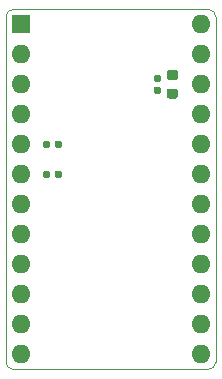
<source format=gbr>
%TF.GenerationSoftware,KiCad,Pcbnew,5.1.6+dfsg1-1~bpo10+1*%
%TF.CreationDate,2020-07-11T10:35:13+00:00*%
%TF.ProjectId,ProMicro_TEST,50726f4d-6963-4726-9f5f-544553542e6b,v1.0*%
%TF.SameCoordinates,Original*%
%TF.FileFunction,Soldermask,Top*%
%TF.FilePolarity,Negative*%
%FSLAX45Y45*%
G04 Gerber Fmt 4.5, Leading zero omitted, Abs format (unit mm)*
G04 Created by KiCad (PCBNEW 5.1.6+dfsg1-1~bpo10+1) date 2020-07-11 10:35:13*
%MOMM*%
%LPD*%
G01*
G04 APERTURE LIST*
%TA.AperFunction,Profile*%
%ADD10C,0.100000*%
%TD*%
%ADD11O,1.600000X1.600000*%
%ADD12R,1.600000X1.600000*%
G04 APERTURE END LIST*
D10*
X127000Y2857500D02*
X127000Y-63500D01*
X-1651000Y-63500D02*
X-1651000Y2857500D01*
X-1587500Y-127000D02*
G75*
G02*
X-1651000Y-63500I0J63500D01*
G01*
X127000Y-63500D02*
G75*
G02*
X63500Y-127000I-63500J0D01*
G01*
X63500Y2921000D02*
G75*
G02*
X127000Y2857500I0J-63500D01*
G01*
X-1651000Y2857500D02*
G75*
G02*
X-1587500Y2921000I63500J0D01*
G01*
X63500Y-127000D02*
X-1587500Y-127000D01*
X-1587500Y2921000D02*
X63500Y2921000D01*
G36*
G01*
X-1238300Y1760750D02*
X-1238300Y1795250D01*
G75*
G02*
X-1223550Y1810000I14750J0D01*
G01*
X-1194050Y1810000D01*
G75*
G02*
X-1179300Y1795250I0J-14750D01*
G01*
X-1179300Y1760750D01*
G75*
G02*
X-1194050Y1746000I-14750J0D01*
G01*
X-1223550Y1746000D01*
G75*
G02*
X-1238300Y1760750I0J14750D01*
G01*
G37*
G36*
G01*
X-1335300Y1760750D02*
X-1335300Y1795250D01*
G75*
G02*
X-1320550Y1810000I14750J0D01*
G01*
X-1291050Y1810000D01*
G75*
G02*
X-1276300Y1795250I0J-14750D01*
G01*
X-1276300Y1760750D01*
G75*
G02*
X-1291050Y1746000I-14750J0D01*
G01*
X-1320550Y1746000D01*
G75*
G02*
X-1335300Y1760750I0J14750D01*
G01*
G37*
G36*
G01*
X-1238300Y1506750D02*
X-1238300Y1541250D01*
G75*
G02*
X-1223550Y1556000I14750J0D01*
G01*
X-1194050Y1556000D01*
G75*
G02*
X-1179300Y1541250I0J-14750D01*
G01*
X-1179300Y1506750D01*
G75*
G02*
X-1194050Y1492000I-14750J0D01*
G01*
X-1223550Y1492000D01*
G75*
G02*
X-1238300Y1506750I0J14750D01*
G01*
G37*
G36*
G01*
X-1335300Y1506750D02*
X-1335300Y1541250D01*
G75*
G02*
X-1320550Y1556000I14750J0D01*
G01*
X-1291050Y1556000D01*
G75*
G02*
X-1276300Y1541250I0J-14750D01*
G01*
X-1276300Y1506750D01*
G75*
G02*
X-1291050Y1492000I-14750J0D01*
G01*
X-1320550Y1492000D01*
G75*
G02*
X-1335300Y1506750I0J14750D01*
G01*
G37*
G36*
G01*
X-215675Y2321000D02*
X-266925Y2321000D01*
G75*
G02*
X-288800Y2342875I0J21875D01*
G01*
X-288800Y2386625D01*
G75*
G02*
X-266925Y2408500I21875J0D01*
G01*
X-215675Y2408500D01*
G75*
G02*
X-193800Y2386625I0J-21875D01*
G01*
X-193800Y2342875D01*
G75*
G02*
X-215675Y2321000I-21875J0D01*
G01*
G37*
G36*
G01*
X-215675Y2163500D02*
X-266925Y2163500D01*
G75*
G02*
X-288800Y2185375I0J21875D01*
G01*
X-288800Y2229125D01*
G75*
G02*
X-266925Y2251000I21875J0D01*
G01*
X-215675Y2251000D01*
G75*
G02*
X-193800Y2229125I0J-21875D01*
G01*
X-193800Y2185375D01*
G75*
G02*
X-215675Y2163500I-21875J0D01*
G01*
G37*
G36*
G01*
X-351050Y2305000D02*
X-385550Y2305000D01*
G75*
G02*
X-400300Y2319750I0J14750D01*
G01*
X-400300Y2349250D01*
G75*
G02*
X-385550Y2364000I14750J0D01*
G01*
X-351050Y2364000D01*
G75*
G02*
X-336300Y2349250I0J-14750D01*
G01*
X-336300Y2319750D01*
G75*
G02*
X-351050Y2305000I-14750J0D01*
G01*
G37*
G36*
G01*
X-351050Y2208000D02*
X-385550Y2208000D01*
G75*
G02*
X-400300Y2222750I0J14750D01*
G01*
X-400300Y2252250D01*
G75*
G02*
X-385550Y2267000I14750J0D01*
G01*
X-351050Y2267000D01*
G75*
G02*
X-336300Y2252250I0J-14750D01*
G01*
X-336300Y2222750D01*
G75*
G02*
X-351050Y2208000I-14750J0D01*
G01*
G37*
D11*
X0Y2794000D03*
X0Y2540000D03*
X0Y2286000D03*
X-1524000Y0D03*
X0Y2032000D03*
X-1524000Y254000D03*
X0Y1778000D03*
X-1524000Y508000D03*
X0Y1524000D03*
X-1524000Y762000D03*
X0Y1270000D03*
X-1524000Y1016000D03*
X0Y1016000D03*
X-1524000Y1270000D03*
X0Y762000D03*
X-1524000Y1524000D03*
X0Y508000D03*
X-1524000Y1778000D03*
X0Y254000D03*
X-1524000Y2032000D03*
X0Y0D03*
X-1524000Y2286000D03*
X-1524000Y2540000D03*
D12*
X-1524000Y2794000D03*
M02*

</source>
